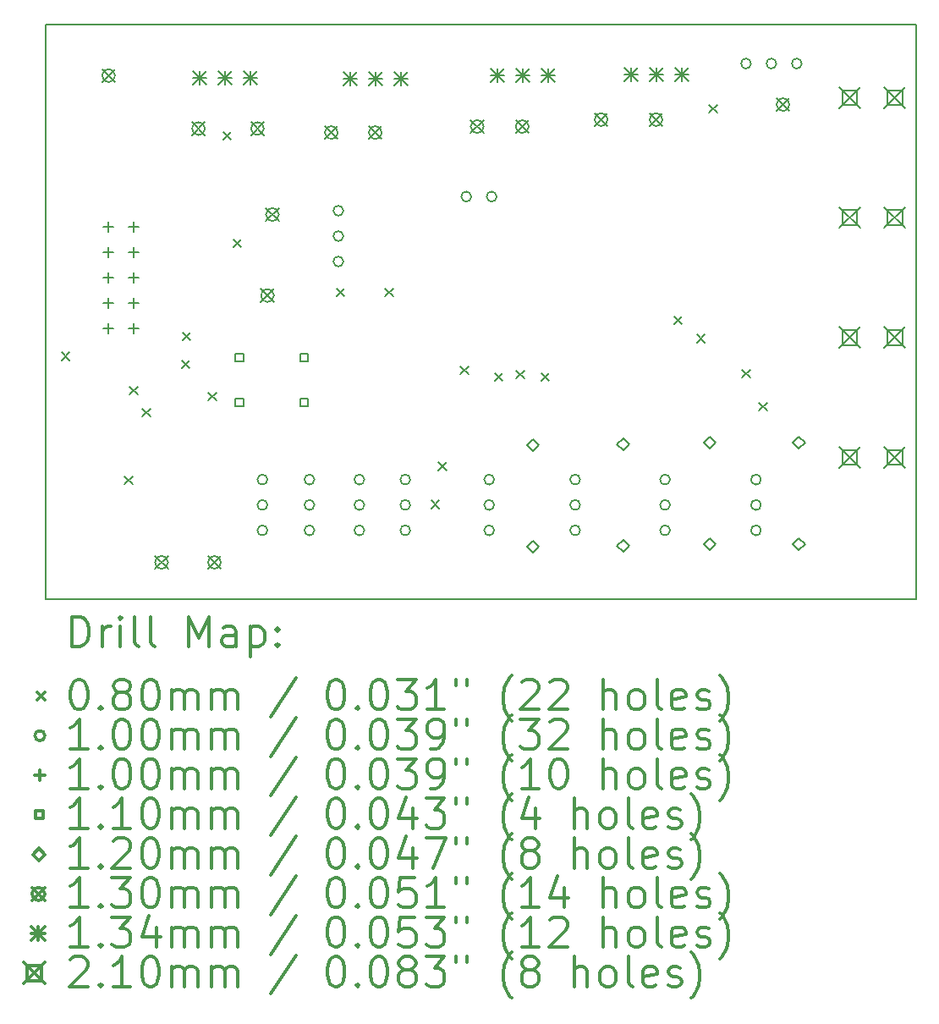
<source format=gbr>
%FSLAX45Y45*%
G04 Gerber Fmt 4.5, Leading zero omitted, Abs format (unit mm)*
G04 Created by KiCad (PCBNEW 4.0.7) date 06/06/19 13:44:00*
%MOMM*%
%LPD*%
G01*
G04 APERTURE LIST*
%ADD10C,0.127000*%
%ADD11C,0.150000*%
%ADD12C,0.200000*%
%ADD13C,0.300000*%
G04 APERTURE END LIST*
D10*
D11*
X18690000Y-4200000D02*
X9980000Y-4200000D01*
X18690000Y-9950000D02*
X9980000Y-9950000D01*
X18690000Y-4200000D02*
X18690000Y-9950000D01*
X9980000Y-9950000D02*
X9980000Y-4200000D01*
D12*
X10140000Y-7480000D02*
X10220000Y-7560000D01*
X10220000Y-7480000D02*
X10140000Y-7560000D01*
X10770000Y-8720000D02*
X10850000Y-8800000D01*
X10850000Y-8720000D02*
X10770000Y-8800000D01*
X10820000Y-7820000D02*
X10900000Y-7900000D01*
X10900000Y-7820000D02*
X10820000Y-7900000D01*
X10950000Y-8040000D02*
X11030000Y-8120000D01*
X11030000Y-8040000D02*
X10950000Y-8120000D01*
X11340000Y-7560000D02*
X11420000Y-7640000D01*
X11420000Y-7560000D02*
X11340000Y-7640000D01*
X11350000Y-7280000D02*
X11430000Y-7360000D01*
X11430000Y-7280000D02*
X11350000Y-7360000D01*
X11610000Y-7880000D02*
X11690000Y-7960000D01*
X11690000Y-7880000D02*
X11610000Y-7960000D01*
X11758420Y-5274310D02*
X11838420Y-5354310D01*
X11838420Y-5274310D02*
X11758420Y-5354310D01*
X11860000Y-6350000D02*
X11940000Y-6430000D01*
X11940000Y-6350000D02*
X11860000Y-6430000D01*
X12890000Y-6840000D02*
X12970000Y-6920000D01*
X12970000Y-6840000D02*
X12890000Y-6920000D01*
X13380000Y-6840000D02*
X13460000Y-6920000D01*
X13460000Y-6840000D02*
X13380000Y-6920000D01*
X13840000Y-8960000D02*
X13920000Y-9040000D01*
X13920000Y-8960000D02*
X13840000Y-9040000D01*
X13910000Y-8580000D02*
X13990000Y-8660000D01*
X13990000Y-8580000D02*
X13910000Y-8660000D01*
X14130000Y-7620000D02*
X14210000Y-7700000D01*
X14210000Y-7620000D02*
X14130000Y-7700000D01*
X14473900Y-7685820D02*
X14553900Y-7765820D01*
X14553900Y-7685820D02*
X14473900Y-7765820D01*
X14690000Y-7660000D02*
X14770000Y-7740000D01*
X14770000Y-7660000D02*
X14690000Y-7740000D01*
X14940300Y-7687200D02*
X15020300Y-7767200D01*
X15020300Y-7687200D02*
X14940300Y-7767200D01*
X16270000Y-7120000D02*
X16350000Y-7200000D01*
X16350000Y-7120000D02*
X16270000Y-7200000D01*
X16500000Y-7300000D02*
X16580000Y-7380000D01*
X16580000Y-7300000D02*
X16500000Y-7380000D01*
X16620000Y-5000000D02*
X16700000Y-5080000D01*
X16700000Y-5000000D02*
X16620000Y-5080000D01*
X16950000Y-7650000D02*
X17030000Y-7730000D01*
X17030000Y-7650000D02*
X16950000Y-7730000D01*
X17120000Y-7980000D02*
X17200000Y-8060000D01*
X17200000Y-7980000D02*
X17120000Y-8060000D01*
X12200000Y-8752000D02*
G75*
G03X12200000Y-8752000I-50000J0D01*
G01*
X12200000Y-9006000D02*
G75*
G03X12200000Y-9006000I-50000J0D01*
G01*
X12200000Y-9260000D02*
G75*
G03X12200000Y-9260000I-50000J0D01*
G01*
X12670000Y-8752000D02*
G75*
G03X12670000Y-8752000I-50000J0D01*
G01*
X12670000Y-9006000D02*
G75*
G03X12670000Y-9006000I-50000J0D01*
G01*
X12670000Y-9260000D02*
G75*
G03X12670000Y-9260000I-50000J0D01*
G01*
X12960000Y-6062000D02*
G75*
G03X12960000Y-6062000I-50000J0D01*
G01*
X12960000Y-6316000D02*
G75*
G03X12960000Y-6316000I-50000J0D01*
G01*
X12960000Y-6570000D02*
G75*
G03X12960000Y-6570000I-50000J0D01*
G01*
X13170000Y-8752000D02*
G75*
G03X13170000Y-8752000I-50000J0D01*
G01*
X13170000Y-9006000D02*
G75*
G03X13170000Y-9006000I-50000J0D01*
G01*
X13170000Y-9260000D02*
G75*
G03X13170000Y-9260000I-50000J0D01*
G01*
X13630000Y-8752000D02*
G75*
G03X13630000Y-8752000I-50000J0D01*
G01*
X13630000Y-9006000D02*
G75*
G03X13630000Y-9006000I-50000J0D01*
G01*
X13630000Y-9260000D02*
G75*
G03X13630000Y-9260000I-50000J0D01*
G01*
X14240000Y-5920000D02*
G75*
G03X14240000Y-5920000I-50000J0D01*
G01*
X14470000Y-8752000D02*
G75*
G03X14470000Y-8752000I-50000J0D01*
G01*
X14470000Y-9006000D02*
G75*
G03X14470000Y-9006000I-50000J0D01*
G01*
X14470000Y-9260000D02*
G75*
G03X14470000Y-9260000I-50000J0D01*
G01*
X14494000Y-5920000D02*
G75*
G03X14494000Y-5920000I-50000J0D01*
G01*
X15330000Y-8752000D02*
G75*
G03X15330000Y-8752000I-50000J0D01*
G01*
X15330000Y-9006000D02*
G75*
G03X15330000Y-9006000I-50000J0D01*
G01*
X15330000Y-9260000D02*
G75*
G03X15330000Y-9260000I-50000J0D01*
G01*
X16230000Y-8752000D02*
G75*
G03X16230000Y-8752000I-50000J0D01*
G01*
X16230000Y-9006000D02*
G75*
G03X16230000Y-9006000I-50000J0D01*
G01*
X16230000Y-9260000D02*
G75*
G03X16230000Y-9260000I-50000J0D01*
G01*
X17040000Y-4590000D02*
G75*
G03X17040000Y-4590000I-50000J0D01*
G01*
X17140000Y-8752000D02*
G75*
G03X17140000Y-8752000I-50000J0D01*
G01*
X17140000Y-9006000D02*
G75*
G03X17140000Y-9006000I-50000J0D01*
G01*
X17140000Y-9260000D02*
G75*
G03X17140000Y-9260000I-50000J0D01*
G01*
X17294000Y-4590000D02*
G75*
G03X17294000Y-4590000I-50000J0D01*
G01*
X17548000Y-4590000D02*
G75*
G03X17548000Y-4590000I-50000J0D01*
G01*
X10610000Y-6169962D02*
X10610000Y-6270038D01*
X10559962Y-6220000D02*
X10660038Y-6220000D01*
X10610000Y-6423962D02*
X10610000Y-6524038D01*
X10559962Y-6474000D02*
X10660038Y-6474000D01*
X10610000Y-6677962D02*
X10610000Y-6778038D01*
X10559962Y-6728000D02*
X10660038Y-6728000D01*
X10610000Y-6931962D02*
X10610000Y-7032038D01*
X10559962Y-6982000D02*
X10660038Y-6982000D01*
X10610000Y-7185962D02*
X10610000Y-7286038D01*
X10559962Y-7236000D02*
X10660038Y-7236000D01*
X10864000Y-6169962D02*
X10864000Y-6270038D01*
X10813962Y-6220000D02*
X10914038Y-6220000D01*
X10864000Y-6423962D02*
X10864000Y-6524038D01*
X10813962Y-6474000D02*
X10914038Y-6474000D01*
X10864000Y-6677962D02*
X10864000Y-6778038D01*
X10813962Y-6728000D02*
X10914038Y-6728000D01*
X10864000Y-6931962D02*
X10864000Y-7032038D01*
X10813962Y-6982000D02*
X10914038Y-6982000D01*
X10864000Y-7185962D02*
X10864000Y-7286038D01*
X10813962Y-7236000D02*
X10914038Y-7236000D01*
X11958891Y-7568891D02*
X11958891Y-7491109D01*
X11881109Y-7491109D01*
X11881109Y-7568891D01*
X11958891Y-7568891D01*
X11958891Y-8018891D02*
X11958891Y-7941109D01*
X11881109Y-7941109D01*
X11881109Y-8018891D01*
X11958891Y-8018891D01*
X12608891Y-7568891D02*
X12608891Y-7491109D01*
X12531109Y-7491109D01*
X12531109Y-7568891D01*
X12608891Y-7568891D01*
X12608891Y-8018891D02*
X12608891Y-7941109D01*
X12531109Y-7941109D01*
X12531109Y-8018891D01*
X12608891Y-8018891D01*
X14860000Y-8470000D02*
X14920000Y-8410000D01*
X14860000Y-8350000D01*
X14800000Y-8410000D01*
X14860000Y-8470000D01*
X14860000Y-9486000D02*
X14920000Y-9426000D01*
X14860000Y-9366000D01*
X14800000Y-9426000D01*
X14860000Y-9486000D01*
X15760000Y-8460000D02*
X15820000Y-8400000D01*
X15760000Y-8340000D01*
X15700000Y-8400000D01*
X15760000Y-8460000D01*
X15760000Y-9476000D02*
X15820000Y-9416000D01*
X15760000Y-9356000D01*
X15700000Y-9416000D01*
X15760000Y-9476000D01*
X16630000Y-8440000D02*
X16690000Y-8380000D01*
X16630000Y-8320000D01*
X16570000Y-8380000D01*
X16630000Y-8440000D01*
X16630000Y-9456000D02*
X16690000Y-9396000D01*
X16630000Y-9336000D01*
X16570000Y-9396000D01*
X16630000Y-9456000D01*
X17520000Y-8440000D02*
X17580000Y-8380000D01*
X17520000Y-8320000D01*
X17460000Y-8380000D01*
X17520000Y-8440000D01*
X17520000Y-9456000D02*
X17580000Y-9396000D01*
X17520000Y-9336000D01*
X17460000Y-9396000D01*
X17520000Y-9456000D01*
X10544976Y-4644976D02*
X10675024Y-4775024D01*
X10675024Y-4644976D02*
X10544976Y-4775024D01*
X10675024Y-4710000D02*
G75*
G03X10675024Y-4710000I-65024J0D01*
G01*
X11074976Y-9514976D02*
X11205024Y-9645024D01*
X11205024Y-9514976D02*
X11074976Y-9645024D01*
X11205024Y-9580000D02*
G75*
G03X11205024Y-9580000I-65024J0D01*
G01*
X11444976Y-5174976D02*
X11575024Y-5305024D01*
X11575024Y-5174976D02*
X11444976Y-5305024D01*
X11575024Y-5240000D02*
G75*
G03X11575024Y-5240000I-65024J0D01*
G01*
X11604976Y-9514976D02*
X11735024Y-9645024D01*
X11735024Y-9514976D02*
X11604976Y-9645024D01*
X11735024Y-9580000D02*
G75*
G03X11735024Y-9580000I-65024J0D01*
G01*
X12034976Y-5174976D02*
X12165024Y-5305024D01*
X12165024Y-5174976D02*
X12034976Y-5305024D01*
X12165024Y-5240000D02*
G75*
G03X12165024Y-5240000I-65024J0D01*
G01*
X12134976Y-6844976D02*
X12265024Y-6975024D01*
X12265024Y-6844976D02*
X12134976Y-6975024D01*
X12265024Y-6910000D02*
G75*
G03X12265024Y-6910000I-65024J0D01*
G01*
X12184976Y-6034976D02*
X12315024Y-6165024D01*
X12315024Y-6034976D02*
X12184976Y-6165024D01*
X12315024Y-6100000D02*
G75*
G03X12315024Y-6100000I-65024J0D01*
G01*
X12774976Y-5214976D02*
X12905024Y-5345024D01*
X12905024Y-5214976D02*
X12774976Y-5345024D01*
X12905024Y-5280000D02*
G75*
G03X12905024Y-5280000I-65024J0D01*
G01*
X13214976Y-5214976D02*
X13345024Y-5345024D01*
X13345024Y-5214976D02*
X13214976Y-5345024D01*
X13345024Y-5280000D02*
G75*
G03X13345024Y-5280000I-65024J0D01*
G01*
X14234976Y-5154976D02*
X14365024Y-5285024D01*
X14365024Y-5154976D02*
X14234976Y-5285024D01*
X14365024Y-5220000D02*
G75*
G03X14365024Y-5220000I-65024J0D01*
G01*
X14684976Y-5154976D02*
X14815024Y-5285024D01*
X14815024Y-5154976D02*
X14684976Y-5285024D01*
X14815024Y-5220000D02*
G75*
G03X14815024Y-5220000I-65024J0D01*
G01*
X15474976Y-5084976D02*
X15605024Y-5215024D01*
X15605024Y-5084976D02*
X15474976Y-5215024D01*
X15605024Y-5150000D02*
G75*
G03X15605024Y-5150000I-65024J0D01*
G01*
X16024976Y-5084976D02*
X16155024Y-5215024D01*
X16155024Y-5084976D02*
X16024976Y-5215024D01*
X16155024Y-5150000D02*
G75*
G03X16155024Y-5150000I-65024J0D01*
G01*
X17294976Y-4934976D02*
X17425024Y-5065024D01*
X17425024Y-4934976D02*
X17294976Y-5065024D01*
X17425024Y-5000000D02*
G75*
G03X17425024Y-5000000I-65024J0D01*
G01*
X11454000Y-4669000D02*
X11588000Y-4803000D01*
X11588000Y-4669000D02*
X11454000Y-4803000D01*
X11521000Y-4669000D02*
X11521000Y-4803000D01*
X11454000Y-4736000D02*
X11588000Y-4736000D01*
X11708000Y-4669000D02*
X11842000Y-4803000D01*
X11842000Y-4669000D02*
X11708000Y-4803000D01*
X11775000Y-4669000D02*
X11775000Y-4803000D01*
X11708000Y-4736000D02*
X11842000Y-4736000D01*
X11962000Y-4669000D02*
X12096000Y-4803000D01*
X12096000Y-4669000D02*
X11962000Y-4803000D01*
X12029000Y-4669000D02*
X12029000Y-4803000D01*
X11962000Y-4736000D02*
X12096000Y-4736000D01*
X12963000Y-4673000D02*
X13097000Y-4807000D01*
X13097000Y-4673000D02*
X12963000Y-4807000D01*
X13030000Y-4673000D02*
X13030000Y-4807000D01*
X12963000Y-4740000D02*
X13097000Y-4740000D01*
X13217000Y-4673000D02*
X13351000Y-4807000D01*
X13351000Y-4673000D02*
X13217000Y-4807000D01*
X13284000Y-4673000D02*
X13284000Y-4807000D01*
X13217000Y-4740000D02*
X13351000Y-4740000D01*
X13471000Y-4673000D02*
X13605000Y-4807000D01*
X13605000Y-4673000D02*
X13471000Y-4807000D01*
X13538000Y-4673000D02*
X13538000Y-4807000D01*
X13471000Y-4740000D02*
X13605000Y-4740000D01*
X14433000Y-4643000D02*
X14567000Y-4777000D01*
X14567000Y-4643000D02*
X14433000Y-4777000D01*
X14500000Y-4643000D02*
X14500000Y-4777000D01*
X14433000Y-4710000D02*
X14567000Y-4710000D01*
X14687000Y-4643000D02*
X14821000Y-4777000D01*
X14821000Y-4643000D02*
X14687000Y-4777000D01*
X14754000Y-4643000D02*
X14754000Y-4777000D01*
X14687000Y-4710000D02*
X14821000Y-4710000D01*
X14941000Y-4643000D02*
X15075000Y-4777000D01*
X15075000Y-4643000D02*
X14941000Y-4777000D01*
X15008000Y-4643000D02*
X15008000Y-4777000D01*
X14941000Y-4710000D02*
X15075000Y-4710000D01*
X15773000Y-4633000D02*
X15907000Y-4767000D01*
X15907000Y-4633000D02*
X15773000Y-4767000D01*
X15840000Y-4633000D02*
X15840000Y-4767000D01*
X15773000Y-4700000D02*
X15907000Y-4700000D01*
X16027000Y-4633000D02*
X16161000Y-4767000D01*
X16161000Y-4633000D02*
X16027000Y-4767000D01*
X16094000Y-4633000D02*
X16094000Y-4767000D01*
X16027000Y-4700000D02*
X16161000Y-4700000D01*
X16281000Y-4633000D02*
X16415000Y-4767000D01*
X16415000Y-4633000D02*
X16281000Y-4767000D01*
X16348000Y-4633000D02*
X16348000Y-4767000D01*
X16281000Y-4700000D02*
X16415000Y-4700000D01*
X17925000Y-4825000D02*
X18135000Y-5035000D01*
X18135000Y-4825000D02*
X17925000Y-5035000D01*
X18104247Y-5004247D02*
X18104247Y-4855753D01*
X17955753Y-4855753D01*
X17955753Y-5004247D01*
X18104247Y-5004247D01*
X17925000Y-6025000D02*
X18135000Y-6235000D01*
X18135000Y-6025000D02*
X17925000Y-6235000D01*
X18104247Y-6204247D02*
X18104247Y-6055753D01*
X17955753Y-6055753D01*
X17955753Y-6204247D01*
X18104247Y-6204247D01*
X17925000Y-7225000D02*
X18135000Y-7435000D01*
X18135000Y-7225000D02*
X17925000Y-7435000D01*
X18104247Y-7404247D02*
X18104247Y-7255753D01*
X17955753Y-7255753D01*
X17955753Y-7404247D01*
X18104247Y-7404247D01*
X17925000Y-8425000D02*
X18135000Y-8635000D01*
X18135000Y-8425000D02*
X17925000Y-8635000D01*
X18104247Y-8604247D02*
X18104247Y-8455753D01*
X17955753Y-8455753D01*
X17955753Y-8604247D01*
X18104247Y-8604247D01*
X18375000Y-4825000D02*
X18585000Y-5035000D01*
X18585000Y-4825000D02*
X18375000Y-5035000D01*
X18554247Y-5004247D02*
X18554247Y-4855753D01*
X18405753Y-4855753D01*
X18405753Y-5004247D01*
X18554247Y-5004247D01*
X18375000Y-6025000D02*
X18585000Y-6235000D01*
X18585000Y-6025000D02*
X18375000Y-6235000D01*
X18554247Y-6204247D02*
X18554247Y-6055753D01*
X18405753Y-6055753D01*
X18405753Y-6204247D01*
X18554247Y-6204247D01*
X18375000Y-7225000D02*
X18585000Y-7435000D01*
X18585000Y-7225000D02*
X18375000Y-7435000D01*
X18554247Y-7404247D02*
X18554247Y-7255753D01*
X18405753Y-7255753D01*
X18405753Y-7404247D01*
X18554247Y-7404247D01*
X18375000Y-8425000D02*
X18585000Y-8635000D01*
X18585000Y-8425000D02*
X18375000Y-8635000D01*
X18554247Y-8604247D02*
X18554247Y-8455753D01*
X18405753Y-8455753D01*
X18405753Y-8604247D01*
X18554247Y-8604247D01*
D13*
X10243929Y-10423214D02*
X10243929Y-10123214D01*
X10315357Y-10123214D01*
X10358214Y-10137500D01*
X10386786Y-10166072D01*
X10401071Y-10194643D01*
X10415357Y-10251786D01*
X10415357Y-10294643D01*
X10401071Y-10351786D01*
X10386786Y-10380357D01*
X10358214Y-10408929D01*
X10315357Y-10423214D01*
X10243929Y-10423214D01*
X10543929Y-10423214D02*
X10543929Y-10223214D01*
X10543929Y-10280357D02*
X10558214Y-10251786D01*
X10572500Y-10237500D01*
X10601071Y-10223214D01*
X10629643Y-10223214D01*
X10729643Y-10423214D02*
X10729643Y-10223214D01*
X10729643Y-10123214D02*
X10715357Y-10137500D01*
X10729643Y-10151786D01*
X10743929Y-10137500D01*
X10729643Y-10123214D01*
X10729643Y-10151786D01*
X10915357Y-10423214D02*
X10886786Y-10408929D01*
X10872500Y-10380357D01*
X10872500Y-10123214D01*
X11072500Y-10423214D02*
X11043929Y-10408929D01*
X11029643Y-10380357D01*
X11029643Y-10123214D01*
X11415357Y-10423214D02*
X11415357Y-10123214D01*
X11515357Y-10337500D01*
X11615357Y-10123214D01*
X11615357Y-10423214D01*
X11886786Y-10423214D02*
X11886786Y-10266072D01*
X11872500Y-10237500D01*
X11843928Y-10223214D01*
X11786786Y-10223214D01*
X11758214Y-10237500D01*
X11886786Y-10408929D02*
X11858214Y-10423214D01*
X11786786Y-10423214D01*
X11758214Y-10408929D01*
X11743928Y-10380357D01*
X11743928Y-10351786D01*
X11758214Y-10323214D01*
X11786786Y-10308929D01*
X11858214Y-10308929D01*
X11886786Y-10294643D01*
X12029643Y-10223214D02*
X12029643Y-10523214D01*
X12029643Y-10237500D02*
X12058214Y-10223214D01*
X12115357Y-10223214D01*
X12143928Y-10237500D01*
X12158214Y-10251786D01*
X12172500Y-10280357D01*
X12172500Y-10366072D01*
X12158214Y-10394643D01*
X12143928Y-10408929D01*
X12115357Y-10423214D01*
X12058214Y-10423214D01*
X12029643Y-10408929D01*
X12301071Y-10394643D02*
X12315357Y-10408929D01*
X12301071Y-10423214D01*
X12286786Y-10408929D01*
X12301071Y-10394643D01*
X12301071Y-10423214D01*
X12301071Y-10237500D02*
X12315357Y-10251786D01*
X12301071Y-10266072D01*
X12286786Y-10251786D01*
X12301071Y-10237500D01*
X12301071Y-10266072D01*
X9892500Y-10877500D02*
X9972500Y-10957500D01*
X9972500Y-10877500D02*
X9892500Y-10957500D01*
X10301071Y-10753214D02*
X10329643Y-10753214D01*
X10358214Y-10767500D01*
X10372500Y-10781786D01*
X10386786Y-10810357D01*
X10401071Y-10867500D01*
X10401071Y-10938929D01*
X10386786Y-10996072D01*
X10372500Y-11024643D01*
X10358214Y-11038929D01*
X10329643Y-11053214D01*
X10301071Y-11053214D01*
X10272500Y-11038929D01*
X10258214Y-11024643D01*
X10243929Y-10996072D01*
X10229643Y-10938929D01*
X10229643Y-10867500D01*
X10243929Y-10810357D01*
X10258214Y-10781786D01*
X10272500Y-10767500D01*
X10301071Y-10753214D01*
X10529643Y-11024643D02*
X10543929Y-11038929D01*
X10529643Y-11053214D01*
X10515357Y-11038929D01*
X10529643Y-11024643D01*
X10529643Y-11053214D01*
X10715357Y-10881786D02*
X10686786Y-10867500D01*
X10672500Y-10853214D01*
X10658214Y-10824643D01*
X10658214Y-10810357D01*
X10672500Y-10781786D01*
X10686786Y-10767500D01*
X10715357Y-10753214D01*
X10772500Y-10753214D01*
X10801071Y-10767500D01*
X10815357Y-10781786D01*
X10829643Y-10810357D01*
X10829643Y-10824643D01*
X10815357Y-10853214D01*
X10801071Y-10867500D01*
X10772500Y-10881786D01*
X10715357Y-10881786D01*
X10686786Y-10896072D01*
X10672500Y-10910357D01*
X10658214Y-10938929D01*
X10658214Y-10996072D01*
X10672500Y-11024643D01*
X10686786Y-11038929D01*
X10715357Y-11053214D01*
X10772500Y-11053214D01*
X10801071Y-11038929D01*
X10815357Y-11024643D01*
X10829643Y-10996072D01*
X10829643Y-10938929D01*
X10815357Y-10910357D01*
X10801071Y-10896072D01*
X10772500Y-10881786D01*
X11015357Y-10753214D02*
X11043929Y-10753214D01*
X11072500Y-10767500D01*
X11086786Y-10781786D01*
X11101071Y-10810357D01*
X11115357Y-10867500D01*
X11115357Y-10938929D01*
X11101071Y-10996072D01*
X11086786Y-11024643D01*
X11072500Y-11038929D01*
X11043929Y-11053214D01*
X11015357Y-11053214D01*
X10986786Y-11038929D01*
X10972500Y-11024643D01*
X10958214Y-10996072D01*
X10943929Y-10938929D01*
X10943929Y-10867500D01*
X10958214Y-10810357D01*
X10972500Y-10781786D01*
X10986786Y-10767500D01*
X11015357Y-10753214D01*
X11243928Y-11053214D02*
X11243928Y-10853214D01*
X11243928Y-10881786D02*
X11258214Y-10867500D01*
X11286786Y-10853214D01*
X11329643Y-10853214D01*
X11358214Y-10867500D01*
X11372500Y-10896072D01*
X11372500Y-11053214D01*
X11372500Y-10896072D02*
X11386786Y-10867500D01*
X11415357Y-10853214D01*
X11458214Y-10853214D01*
X11486786Y-10867500D01*
X11501071Y-10896072D01*
X11501071Y-11053214D01*
X11643928Y-11053214D02*
X11643928Y-10853214D01*
X11643928Y-10881786D02*
X11658214Y-10867500D01*
X11686786Y-10853214D01*
X11729643Y-10853214D01*
X11758214Y-10867500D01*
X11772500Y-10896072D01*
X11772500Y-11053214D01*
X11772500Y-10896072D02*
X11786786Y-10867500D01*
X11815357Y-10853214D01*
X11858214Y-10853214D01*
X11886786Y-10867500D01*
X11901071Y-10896072D01*
X11901071Y-11053214D01*
X12486786Y-10738929D02*
X12229643Y-11124643D01*
X12872500Y-10753214D02*
X12901071Y-10753214D01*
X12929643Y-10767500D01*
X12943928Y-10781786D01*
X12958214Y-10810357D01*
X12972500Y-10867500D01*
X12972500Y-10938929D01*
X12958214Y-10996072D01*
X12943928Y-11024643D01*
X12929643Y-11038929D01*
X12901071Y-11053214D01*
X12872500Y-11053214D01*
X12843928Y-11038929D01*
X12829643Y-11024643D01*
X12815357Y-10996072D01*
X12801071Y-10938929D01*
X12801071Y-10867500D01*
X12815357Y-10810357D01*
X12829643Y-10781786D01*
X12843928Y-10767500D01*
X12872500Y-10753214D01*
X13101071Y-11024643D02*
X13115357Y-11038929D01*
X13101071Y-11053214D01*
X13086786Y-11038929D01*
X13101071Y-11024643D01*
X13101071Y-11053214D01*
X13301071Y-10753214D02*
X13329643Y-10753214D01*
X13358214Y-10767500D01*
X13372500Y-10781786D01*
X13386785Y-10810357D01*
X13401071Y-10867500D01*
X13401071Y-10938929D01*
X13386785Y-10996072D01*
X13372500Y-11024643D01*
X13358214Y-11038929D01*
X13329643Y-11053214D01*
X13301071Y-11053214D01*
X13272500Y-11038929D01*
X13258214Y-11024643D01*
X13243928Y-10996072D01*
X13229643Y-10938929D01*
X13229643Y-10867500D01*
X13243928Y-10810357D01*
X13258214Y-10781786D01*
X13272500Y-10767500D01*
X13301071Y-10753214D01*
X13501071Y-10753214D02*
X13686785Y-10753214D01*
X13586785Y-10867500D01*
X13629643Y-10867500D01*
X13658214Y-10881786D01*
X13672500Y-10896072D01*
X13686785Y-10924643D01*
X13686785Y-10996072D01*
X13672500Y-11024643D01*
X13658214Y-11038929D01*
X13629643Y-11053214D01*
X13543928Y-11053214D01*
X13515357Y-11038929D01*
X13501071Y-11024643D01*
X13972500Y-11053214D02*
X13801071Y-11053214D01*
X13886785Y-11053214D02*
X13886785Y-10753214D01*
X13858214Y-10796072D01*
X13829643Y-10824643D01*
X13801071Y-10838929D01*
X14086786Y-10753214D02*
X14086786Y-10810357D01*
X14201071Y-10753214D02*
X14201071Y-10810357D01*
X14643928Y-11167500D02*
X14629643Y-11153214D01*
X14601071Y-11110357D01*
X14586785Y-11081786D01*
X14572500Y-11038929D01*
X14558214Y-10967500D01*
X14558214Y-10910357D01*
X14572500Y-10838929D01*
X14586785Y-10796072D01*
X14601071Y-10767500D01*
X14629643Y-10724643D01*
X14643928Y-10710357D01*
X14743928Y-10781786D02*
X14758214Y-10767500D01*
X14786785Y-10753214D01*
X14858214Y-10753214D01*
X14886785Y-10767500D01*
X14901071Y-10781786D01*
X14915357Y-10810357D01*
X14915357Y-10838929D01*
X14901071Y-10881786D01*
X14729643Y-11053214D01*
X14915357Y-11053214D01*
X15029643Y-10781786D02*
X15043928Y-10767500D01*
X15072500Y-10753214D01*
X15143928Y-10753214D01*
X15172500Y-10767500D01*
X15186785Y-10781786D01*
X15201071Y-10810357D01*
X15201071Y-10838929D01*
X15186785Y-10881786D01*
X15015357Y-11053214D01*
X15201071Y-11053214D01*
X15558214Y-11053214D02*
X15558214Y-10753214D01*
X15686785Y-11053214D02*
X15686785Y-10896072D01*
X15672500Y-10867500D01*
X15643928Y-10853214D01*
X15601071Y-10853214D01*
X15572500Y-10867500D01*
X15558214Y-10881786D01*
X15872500Y-11053214D02*
X15843928Y-11038929D01*
X15829643Y-11024643D01*
X15815357Y-10996072D01*
X15815357Y-10910357D01*
X15829643Y-10881786D01*
X15843928Y-10867500D01*
X15872500Y-10853214D01*
X15915357Y-10853214D01*
X15943928Y-10867500D01*
X15958214Y-10881786D01*
X15972500Y-10910357D01*
X15972500Y-10996072D01*
X15958214Y-11024643D01*
X15943928Y-11038929D01*
X15915357Y-11053214D01*
X15872500Y-11053214D01*
X16143928Y-11053214D02*
X16115357Y-11038929D01*
X16101071Y-11010357D01*
X16101071Y-10753214D01*
X16372500Y-11038929D02*
X16343928Y-11053214D01*
X16286786Y-11053214D01*
X16258214Y-11038929D01*
X16243928Y-11010357D01*
X16243928Y-10896072D01*
X16258214Y-10867500D01*
X16286786Y-10853214D01*
X16343928Y-10853214D01*
X16372500Y-10867500D01*
X16386786Y-10896072D01*
X16386786Y-10924643D01*
X16243928Y-10953214D01*
X16501071Y-11038929D02*
X16529643Y-11053214D01*
X16586786Y-11053214D01*
X16615357Y-11038929D01*
X16629643Y-11010357D01*
X16629643Y-10996072D01*
X16615357Y-10967500D01*
X16586786Y-10953214D01*
X16543928Y-10953214D01*
X16515357Y-10938929D01*
X16501071Y-10910357D01*
X16501071Y-10896072D01*
X16515357Y-10867500D01*
X16543928Y-10853214D01*
X16586786Y-10853214D01*
X16615357Y-10867500D01*
X16729643Y-11167500D02*
X16743928Y-11153214D01*
X16772500Y-11110357D01*
X16786786Y-11081786D01*
X16801071Y-11038929D01*
X16815357Y-10967500D01*
X16815357Y-10910357D01*
X16801071Y-10838929D01*
X16786786Y-10796072D01*
X16772500Y-10767500D01*
X16743928Y-10724643D01*
X16729643Y-10710357D01*
X9972500Y-11313500D02*
G75*
G03X9972500Y-11313500I-50000J0D01*
G01*
X10401071Y-11449214D02*
X10229643Y-11449214D01*
X10315357Y-11449214D02*
X10315357Y-11149214D01*
X10286786Y-11192071D01*
X10258214Y-11220643D01*
X10229643Y-11234929D01*
X10529643Y-11420643D02*
X10543929Y-11434929D01*
X10529643Y-11449214D01*
X10515357Y-11434929D01*
X10529643Y-11420643D01*
X10529643Y-11449214D01*
X10729643Y-11149214D02*
X10758214Y-11149214D01*
X10786786Y-11163500D01*
X10801071Y-11177786D01*
X10815357Y-11206357D01*
X10829643Y-11263500D01*
X10829643Y-11334929D01*
X10815357Y-11392071D01*
X10801071Y-11420643D01*
X10786786Y-11434929D01*
X10758214Y-11449214D01*
X10729643Y-11449214D01*
X10701071Y-11434929D01*
X10686786Y-11420643D01*
X10672500Y-11392071D01*
X10658214Y-11334929D01*
X10658214Y-11263500D01*
X10672500Y-11206357D01*
X10686786Y-11177786D01*
X10701071Y-11163500D01*
X10729643Y-11149214D01*
X11015357Y-11149214D02*
X11043929Y-11149214D01*
X11072500Y-11163500D01*
X11086786Y-11177786D01*
X11101071Y-11206357D01*
X11115357Y-11263500D01*
X11115357Y-11334929D01*
X11101071Y-11392071D01*
X11086786Y-11420643D01*
X11072500Y-11434929D01*
X11043929Y-11449214D01*
X11015357Y-11449214D01*
X10986786Y-11434929D01*
X10972500Y-11420643D01*
X10958214Y-11392071D01*
X10943929Y-11334929D01*
X10943929Y-11263500D01*
X10958214Y-11206357D01*
X10972500Y-11177786D01*
X10986786Y-11163500D01*
X11015357Y-11149214D01*
X11243928Y-11449214D02*
X11243928Y-11249214D01*
X11243928Y-11277786D02*
X11258214Y-11263500D01*
X11286786Y-11249214D01*
X11329643Y-11249214D01*
X11358214Y-11263500D01*
X11372500Y-11292071D01*
X11372500Y-11449214D01*
X11372500Y-11292071D02*
X11386786Y-11263500D01*
X11415357Y-11249214D01*
X11458214Y-11249214D01*
X11486786Y-11263500D01*
X11501071Y-11292071D01*
X11501071Y-11449214D01*
X11643928Y-11449214D02*
X11643928Y-11249214D01*
X11643928Y-11277786D02*
X11658214Y-11263500D01*
X11686786Y-11249214D01*
X11729643Y-11249214D01*
X11758214Y-11263500D01*
X11772500Y-11292071D01*
X11772500Y-11449214D01*
X11772500Y-11292071D02*
X11786786Y-11263500D01*
X11815357Y-11249214D01*
X11858214Y-11249214D01*
X11886786Y-11263500D01*
X11901071Y-11292071D01*
X11901071Y-11449214D01*
X12486786Y-11134929D02*
X12229643Y-11520643D01*
X12872500Y-11149214D02*
X12901071Y-11149214D01*
X12929643Y-11163500D01*
X12943928Y-11177786D01*
X12958214Y-11206357D01*
X12972500Y-11263500D01*
X12972500Y-11334929D01*
X12958214Y-11392071D01*
X12943928Y-11420643D01*
X12929643Y-11434929D01*
X12901071Y-11449214D01*
X12872500Y-11449214D01*
X12843928Y-11434929D01*
X12829643Y-11420643D01*
X12815357Y-11392071D01*
X12801071Y-11334929D01*
X12801071Y-11263500D01*
X12815357Y-11206357D01*
X12829643Y-11177786D01*
X12843928Y-11163500D01*
X12872500Y-11149214D01*
X13101071Y-11420643D02*
X13115357Y-11434929D01*
X13101071Y-11449214D01*
X13086786Y-11434929D01*
X13101071Y-11420643D01*
X13101071Y-11449214D01*
X13301071Y-11149214D02*
X13329643Y-11149214D01*
X13358214Y-11163500D01*
X13372500Y-11177786D01*
X13386785Y-11206357D01*
X13401071Y-11263500D01*
X13401071Y-11334929D01*
X13386785Y-11392071D01*
X13372500Y-11420643D01*
X13358214Y-11434929D01*
X13329643Y-11449214D01*
X13301071Y-11449214D01*
X13272500Y-11434929D01*
X13258214Y-11420643D01*
X13243928Y-11392071D01*
X13229643Y-11334929D01*
X13229643Y-11263500D01*
X13243928Y-11206357D01*
X13258214Y-11177786D01*
X13272500Y-11163500D01*
X13301071Y-11149214D01*
X13501071Y-11149214D02*
X13686785Y-11149214D01*
X13586785Y-11263500D01*
X13629643Y-11263500D01*
X13658214Y-11277786D01*
X13672500Y-11292071D01*
X13686785Y-11320643D01*
X13686785Y-11392071D01*
X13672500Y-11420643D01*
X13658214Y-11434929D01*
X13629643Y-11449214D01*
X13543928Y-11449214D01*
X13515357Y-11434929D01*
X13501071Y-11420643D01*
X13829643Y-11449214D02*
X13886785Y-11449214D01*
X13915357Y-11434929D01*
X13929643Y-11420643D01*
X13958214Y-11377786D01*
X13972500Y-11320643D01*
X13972500Y-11206357D01*
X13958214Y-11177786D01*
X13943928Y-11163500D01*
X13915357Y-11149214D01*
X13858214Y-11149214D01*
X13829643Y-11163500D01*
X13815357Y-11177786D01*
X13801071Y-11206357D01*
X13801071Y-11277786D01*
X13815357Y-11306357D01*
X13829643Y-11320643D01*
X13858214Y-11334929D01*
X13915357Y-11334929D01*
X13943928Y-11320643D01*
X13958214Y-11306357D01*
X13972500Y-11277786D01*
X14086786Y-11149214D02*
X14086786Y-11206357D01*
X14201071Y-11149214D02*
X14201071Y-11206357D01*
X14643928Y-11563500D02*
X14629643Y-11549214D01*
X14601071Y-11506357D01*
X14586785Y-11477786D01*
X14572500Y-11434929D01*
X14558214Y-11363500D01*
X14558214Y-11306357D01*
X14572500Y-11234929D01*
X14586785Y-11192071D01*
X14601071Y-11163500D01*
X14629643Y-11120643D01*
X14643928Y-11106357D01*
X14729643Y-11149214D02*
X14915357Y-11149214D01*
X14815357Y-11263500D01*
X14858214Y-11263500D01*
X14886785Y-11277786D01*
X14901071Y-11292071D01*
X14915357Y-11320643D01*
X14915357Y-11392071D01*
X14901071Y-11420643D01*
X14886785Y-11434929D01*
X14858214Y-11449214D01*
X14772500Y-11449214D01*
X14743928Y-11434929D01*
X14729643Y-11420643D01*
X15029643Y-11177786D02*
X15043928Y-11163500D01*
X15072500Y-11149214D01*
X15143928Y-11149214D01*
X15172500Y-11163500D01*
X15186785Y-11177786D01*
X15201071Y-11206357D01*
X15201071Y-11234929D01*
X15186785Y-11277786D01*
X15015357Y-11449214D01*
X15201071Y-11449214D01*
X15558214Y-11449214D02*
X15558214Y-11149214D01*
X15686785Y-11449214D02*
X15686785Y-11292071D01*
X15672500Y-11263500D01*
X15643928Y-11249214D01*
X15601071Y-11249214D01*
X15572500Y-11263500D01*
X15558214Y-11277786D01*
X15872500Y-11449214D02*
X15843928Y-11434929D01*
X15829643Y-11420643D01*
X15815357Y-11392071D01*
X15815357Y-11306357D01*
X15829643Y-11277786D01*
X15843928Y-11263500D01*
X15872500Y-11249214D01*
X15915357Y-11249214D01*
X15943928Y-11263500D01*
X15958214Y-11277786D01*
X15972500Y-11306357D01*
X15972500Y-11392071D01*
X15958214Y-11420643D01*
X15943928Y-11434929D01*
X15915357Y-11449214D01*
X15872500Y-11449214D01*
X16143928Y-11449214D02*
X16115357Y-11434929D01*
X16101071Y-11406357D01*
X16101071Y-11149214D01*
X16372500Y-11434929D02*
X16343928Y-11449214D01*
X16286786Y-11449214D01*
X16258214Y-11434929D01*
X16243928Y-11406357D01*
X16243928Y-11292071D01*
X16258214Y-11263500D01*
X16286786Y-11249214D01*
X16343928Y-11249214D01*
X16372500Y-11263500D01*
X16386786Y-11292071D01*
X16386786Y-11320643D01*
X16243928Y-11349214D01*
X16501071Y-11434929D02*
X16529643Y-11449214D01*
X16586786Y-11449214D01*
X16615357Y-11434929D01*
X16629643Y-11406357D01*
X16629643Y-11392071D01*
X16615357Y-11363500D01*
X16586786Y-11349214D01*
X16543928Y-11349214D01*
X16515357Y-11334929D01*
X16501071Y-11306357D01*
X16501071Y-11292071D01*
X16515357Y-11263500D01*
X16543928Y-11249214D01*
X16586786Y-11249214D01*
X16615357Y-11263500D01*
X16729643Y-11563500D02*
X16743928Y-11549214D01*
X16772500Y-11506357D01*
X16786786Y-11477786D01*
X16801071Y-11434929D01*
X16815357Y-11363500D01*
X16815357Y-11306357D01*
X16801071Y-11234929D01*
X16786786Y-11192071D01*
X16772500Y-11163500D01*
X16743928Y-11120643D01*
X16729643Y-11106357D01*
X9922462Y-11659462D02*
X9922462Y-11759538D01*
X9872424Y-11709500D02*
X9972500Y-11709500D01*
X10401071Y-11845214D02*
X10229643Y-11845214D01*
X10315357Y-11845214D02*
X10315357Y-11545214D01*
X10286786Y-11588071D01*
X10258214Y-11616643D01*
X10229643Y-11630929D01*
X10529643Y-11816643D02*
X10543929Y-11830929D01*
X10529643Y-11845214D01*
X10515357Y-11830929D01*
X10529643Y-11816643D01*
X10529643Y-11845214D01*
X10729643Y-11545214D02*
X10758214Y-11545214D01*
X10786786Y-11559500D01*
X10801071Y-11573786D01*
X10815357Y-11602357D01*
X10829643Y-11659500D01*
X10829643Y-11730929D01*
X10815357Y-11788071D01*
X10801071Y-11816643D01*
X10786786Y-11830929D01*
X10758214Y-11845214D01*
X10729643Y-11845214D01*
X10701071Y-11830929D01*
X10686786Y-11816643D01*
X10672500Y-11788071D01*
X10658214Y-11730929D01*
X10658214Y-11659500D01*
X10672500Y-11602357D01*
X10686786Y-11573786D01*
X10701071Y-11559500D01*
X10729643Y-11545214D01*
X11015357Y-11545214D02*
X11043929Y-11545214D01*
X11072500Y-11559500D01*
X11086786Y-11573786D01*
X11101071Y-11602357D01*
X11115357Y-11659500D01*
X11115357Y-11730929D01*
X11101071Y-11788071D01*
X11086786Y-11816643D01*
X11072500Y-11830929D01*
X11043929Y-11845214D01*
X11015357Y-11845214D01*
X10986786Y-11830929D01*
X10972500Y-11816643D01*
X10958214Y-11788071D01*
X10943929Y-11730929D01*
X10943929Y-11659500D01*
X10958214Y-11602357D01*
X10972500Y-11573786D01*
X10986786Y-11559500D01*
X11015357Y-11545214D01*
X11243928Y-11845214D02*
X11243928Y-11645214D01*
X11243928Y-11673786D02*
X11258214Y-11659500D01*
X11286786Y-11645214D01*
X11329643Y-11645214D01*
X11358214Y-11659500D01*
X11372500Y-11688071D01*
X11372500Y-11845214D01*
X11372500Y-11688071D02*
X11386786Y-11659500D01*
X11415357Y-11645214D01*
X11458214Y-11645214D01*
X11486786Y-11659500D01*
X11501071Y-11688071D01*
X11501071Y-11845214D01*
X11643928Y-11845214D02*
X11643928Y-11645214D01*
X11643928Y-11673786D02*
X11658214Y-11659500D01*
X11686786Y-11645214D01*
X11729643Y-11645214D01*
X11758214Y-11659500D01*
X11772500Y-11688071D01*
X11772500Y-11845214D01*
X11772500Y-11688071D02*
X11786786Y-11659500D01*
X11815357Y-11645214D01*
X11858214Y-11645214D01*
X11886786Y-11659500D01*
X11901071Y-11688071D01*
X11901071Y-11845214D01*
X12486786Y-11530929D02*
X12229643Y-11916643D01*
X12872500Y-11545214D02*
X12901071Y-11545214D01*
X12929643Y-11559500D01*
X12943928Y-11573786D01*
X12958214Y-11602357D01*
X12972500Y-11659500D01*
X12972500Y-11730929D01*
X12958214Y-11788071D01*
X12943928Y-11816643D01*
X12929643Y-11830929D01*
X12901071Y-11845214D01*
X12872500Y-11845214D01*
X12843928Y-11830929D01*
X12829643Y-11816643D01*
X12815357Y-11788071D01*
X12801071Y-11730929D01*
X12801071Y-11659500D01*
X12815357Y-11602357D01*
X12829643Y-11573786D01*
X12843928Y-11559500D01*
X12872500Y-11545214D01*
X13101071Y-11816643D02*
X13115357Y-11830929D01*
X13101071Y-11845214D01*
X13086786Y-11830929D01*
X13101071Y-11816643D01*
X13101071Y-11845214D01*
X13301071Y-11545214D02*
X13329643Y-11545214D01*
X13358214Y-11559500D01*
X13372500Y-11573786D01*
X13386785Y-11602357D01*
X13401071Y-11659500D01*
X13401071Y-11730929D01*
X13386785Y-11788071D01*
X13372500Y-11816643D01*
X13358214Y-11830929D01*
X13329643Y-11845214D01*
X13301071Y-11845214D01*
X13272500Y-11830929D01*
X13258214Y-11816643D01*
X13243928Y-11788071D01*
X13229643Y-11730929D01*
X13229643Y-11659500D01*
X13243928Y-11602357D01*
X13258214Y-11573786D01*
X13272500Y-11559500D01*
X13301071Y-11545214D01*
X13501071Y-11545214D02*
X13686785Y-11545214D01*
X13586785Y-11659500D01*
X13629643Y-11659500D01*
X13658214Y-11673786D01*
X13672500Y-11688071D01*
X13686785Y-11716643D01*
X13686785Y-11788071D01*
X13672500Y-11816643D01*
X13658214Y-11830929D01*
X13629643Y-11845214D01*
X13543928Y-11845214D01*
X13515357Y-11830929D01*
X13501071Y-11816643D01*
X13829643Y-11845214D02*
X13886785Y-11845214D01*
X13915357Y-11830929D01*
X13929643Y-11816643D01*
X13958214Y-11773786D01*
X13972500Y-11716643D01*
X13972500Y-11602357D01*
X13958214Y-11573786D01*
X13943928Y-11559500D01*
X13915357Y-11545214D01*
X13858214Y-11545214D01*
X13829643Y-11559500D01*
X13815357Y-11573786D01*
X13801071Y-11602357D01*
X13801071Y-11673786D01*
X13815357Y-11702357D01*
X13829643Y-11716643D01*
X13858214Y-11730929D01*
X13915357Y-11730929D01*
X13943928Y-11716643D01*
X13958214Y-11702357D01*
X13972500Y-11673786D01*
X14086786Y-11545214D02*
X14086786Y-11602357D01*
X14201071Y-11545214D02*
X14201071Y-11602357D01*
X14643928Y-11959500D02*
X14629643Y-11945214D01*
X14601071Y-11902357D01*
X14586785Y-11873786D01*
X14572500Y-11830929D01*
X14558214Y-11759500D01*
X14558214Y-11702357D01*
X14572500Y-11630929D01*
X14586785Y-11588071D01*
X14601071Y-11559500D01*
X14629643Y-11516643D01*
X14643928Y-11502357D01*
X14915357Y-11845214D02*
X14743928Y-11845214D01*
X14829643Y-11845214D02*
X14829643Y-11545214D01*
X14801071Y-11588071D01*
X14772500Y-11616643D01*
X14743928Y-11630929D01*
X15101071Y-11545214D02*
X15129643Y-11545214D01*
X15158214Y-11559500D01*
X15172500Y-11573786D01*
X15186785Y-11602357D01*
X15201071Y-11659500D01*
X15201071Y-11730929D01*
X15186785Y-11788071D01*
X15172500Y-11816643D01*
X15158214Y-11830929D01*
X15129643Y-11845214D01*
X15101071Y-11845214D01*
X15072500Y-11830929D01*
X15058214Y-11816643D01*
X15043928Y-11788071D01*
X15029643Y-11730929D01*
X15029643Y-11659500D01*
X15043928Y-11602357D01*
X15058214Y-11573786D01*
X15072500Y-11559500D01*
X15101071Y-11545214D01*
X15558214Y-11845214D02*
X15558214Y-11545214D01*
X15686785Y-11845214D02*
X15686785Y-11688071D01*
X15672500Y-11659500D01*
X15643928Y-11645214D01*
X15601071Y-11645214D01*
X15572500Y-11659500D01*
X15558214Y-11673786D01*
X15872500Y-11845214D02*
X15843928Y-11830929D01*
X15829643Y-11816643D01*
X15815357Y-11788071D01*
X15815357Y-11702357D01*
X15829643Y-11673786D01*
X15843928Y-11659500D01*
X15872500Y-11645214D01*
X15915357Y-11645214D01*
X15943928Y-11659500D01*
X15958214Y-11673786D01*
X15972500Y-11702357D01*
X15972500Y-11788071D01*
X15958214Y-11816643D01*
X15943928Y-11830929D01*
X15915357Y-11845214D01*
X15872500Y-11845214D01*
X16143928Y-11845214D02*
X16115357Y-11830929D01*
X16101071Y-11802357D01*
X16101071Y-11545214D01*
X16372500Y-11830929D02*
X16343928Y-11845214D01*
X16286786Y-11845214D01*
X16258214Y-11830929D01*
X16243928Y-11802357D01*
X16243928Y-11688071D01*
X16258214Y-11659500D01*
X16286786Y-11645214D01*
X16343928Y-11645214D01*
X16372500Y-11659500D01*
X16386786Y-11688071D01*
X16386786Y-11716643D01*
X16243928Y-11745214D01*
X16501071Y-11830929D02*
X16529643Y-11845214D01*
X16586786Y-11845214D01*
X16615357Y-11830929D01*
X16629643Y-11802357D01*
X16629643Y-11788071D01*
X16615357Y-11759500D01*
X16586786Y-11745214D01*
X16543928Y-11745214D01*
X16515357Y-11730929D01*
X16501071Y-11702357D01*
X16501071Y-11688071D01*
X16515357Y-11659500D01*
X16543928Y-11645214D01*
X16586786Y-11645214D01*
X16615357Y-11659500D01*
X16729643Y-11959500D02*
X16743928Y-11945214D01*
X16772500Y-11902357D01*
X16786786Y-11873786D01*
X16801071Y-11830929D01*
X16815357Y-11759500D01*
X16815357Y-11702357D01*
X16801071Y-11630929D01*
X16786786Y-11588071D01*
X16772500Y-11559500D01*
X16743928Y-11516643D01*
X16729643Y-11502357D01*
X9956391Y-12144391D02*
X9956391Y-12066609D01*
X9878609Y-12066609D01*
X9878609Y-12144391D01*
X9956391Y-12144391D01*
X10401071Y-12241214D02*
X10229643Y-12241214D01*
X10315357Y-12241214D02*
X10315357Y-11941214D01*
X10286786Y-11984071D01*
X10258214Y-12012643D01*
X10229643Y-12026929D01*
X10529643Y-12212643D02*
X10543929Y-12226929D01*
X10529643Y-12241214D01*
X10515357Y-12226929D01*
X10529643Y-12212643D01*
X10529643Y-12241214D01*
X10829643Y-12241214D02*
X10658214Y-12241214D01*
X10743928Y-12241214D02*
X10743928Y-11941214D01*
X10715357Y-11984071D01*
X10686786Y-12012643D01*
X10658214Y-12026929D01*
X11015357Y-11941214D02*
X11043929Y-11941214D01*
X11072500Y-11955500D01*
X11086786Y-11969786D01*
X11101071Y-11998357D01*
X11115357Y-12055500D01*
X11115357Y-12126929D01*
X11101071Y-12184071D01*
X11086786Y-12212643D01*
X11072500Y-12226929D01*
X11043929Y-12241214D01*
X11015357Y-12241214D01*
X10986786Y-12226929D01*
X10972500Y-12212643D01*
X10958214Y-12184071D01*
X10943929Y-12126929D01*
X10943929Y-12055500D01*
X10958214Y-11998357D01*
X10972500Y-11969786D01*
X10986786Y-11955500D01*
X11015357Y-11941214D01*
X11243928Y-12241214D02*
X11243928Y-12041214D01*
X11243928Y-12069786D02*
X11258214Y-12055500D01*
X11286786Y-12041214D01*
X11329643Y-12041214D01*
X11358214Y-12055500D01*
X11372500Y-12084071D01*
X11372500Y-12241214D01*
X11372500Y-12084071D02*
X11386786Y-12055500D01*
X11415357Y-12041214D01*
X11458214Y-12041214D01*
X11486786Y-12055500D01*
X11501071Y-12084071D01*
X11501071Y-12241214D01*
X11643928Y-12241214D02*
X11643928Y-12041214D01*
X11643928Y-12069786D02*
X11658214Y-12055500D01*
X11686786Y-12041214D01*
X11729643Y-12041214D01*
X11758214Y-12055500D01*
X11772500Y-12084071D01*
X11772500Y-12241214D01*
X11772500Y-12084071D02*
X11786786Y-12055500D01*
X11815357Y-12041214D01*
X11858214Y-12041214D01*
X11886786Y-12055500D01*
X11901071Y-12084071D01*
X11901071Y-12241214D01*
X12486786Y-11926929D02*
X12229643Y-12312643D01*
X12872500Y-11941214D02*
X12901071Y-11941214D01*
X12929643Y-11955500D01*
X12943928Y-11969786D01*
X12958214Y-11998357D01*
X12972500Y-12055500D01*
X12972500Y-12126929D01*
X12958214Y-12184071D01*
X12943928Y-12212643D01*
X12929643Y-12226929D01*
X12901071Y-12241214D01*
X12872500Y-12241214D01*
X12843928Y-12226929D01*
X12829643Y-12212643D01*
X12815357Y-12184071D01*
X12801071Y-12126929D01*
X12801071Y-12055500D01*
X12815357Y-11998357D01*
X12829643Y-11969786D01*
X12843928Y-11955500D01*
X12872500Y-11941214D01*
X13101071Y-12212643D02*
X13115357Y-12226929D01*
X13101071Y-12241214D01*
X13086786Y-12226929D01*
X13101071Y-12212643D01*
X13101071Y-12241214D01*
X13301071Y-11941214D02*
X13329643Y-11941214D01*
X13358214Y-11955500D01*
X13372500Y-11969786D01*
X13386785Y-11998357D01*
X13401071Y-12055500D01*
X13401071Y-12126929D01*
X13386785Y-12184071D01*
X13372500Y-12212643D01*
X13358214Y-12226929D01*
X13329643Y-12241214D01*
X13301071Y-12241214D01*
X13272500Y-12226929D01*
X13258214Y-12212643D01*
X13243928Y-12184071D01*
X13229643Y-12126929D01*
X13229643Y-12055500D01*
X13243928Y-11998357D01*
X13258214Y-11969786D01*
X13272500Y-11955500D01*
X13301071Y-11941214D01*
X13658214Y-12041214D02*
X13658214Y-12241214D01*
X13586785Y-11926929D02*
X13515357Y-12141214D01*
X13701071Y-12141214D01*
X13786785Y-11941214D02*
X13972500Y-11941214D01*
X13872500Y-12055500D01*
X13915357Y-12055500D01*
X13943928Y-12069786D01*
X13958214Y-12084071D01*
X13972500Y-12112643D01*
X13972500Y-12184071D01*
X13958214Y-12212643D01*
X13943928Y-12226929D01*
X13915357Y-12241214D01*
X13829643Y-12241214D01*
X13801071Y-12226929D01*
X13786785Y-12212643D01*
X14086786Y-11941214D02*
X14086786Y-11998357D01*
X14201071Y-11941214D02*
X14201071Y-11998357D01*
X14643928Y-12355500D02*
X14629643Y-12341214D01*
X14601071Y-12298357D01*
X14586785Y-12269786D01*
X14572500Y-12226929D01*
X14558214Y-12155500D01*
X14558214Y-12098357D01*
X14572500Y-12026929D01*
X14586785Y-11984071D01*
X14601071Y-11955500D01*
X14629643Y-11912643D01*
X14643928Y-11898357D01*
X14886785Y-12041214D02*
X14886785Y-12241214D01*
X14815357Y-11926929D02*
X14743928Y-12141214D01*
X14929643Y-12141214D01*
X15272500Y-12241214D02*
X15272500Y-11941214D01*
X15401071Y-12241214D02*
X15401071Y-12084071D01*
X15386785Y-12055500D01*
X15358214Y-12041214D01*
X15315357Y-12041214D01*
X15286785Y-12055500D01*
X15272500Y-12069786D01*
X15586785Y-12241214D02*
X15558214Y-12226929D01*
X15543928Y-12212643D01*
X15529643Y-12184071D01*
X15529643Y-12098357D01*
X15543928Y-12069786D01*
X15558214Y-12055500D01*
X15586785Y-12041214D01*
X15629643Y-12041214D01*
X15658214Y-12055500D01*
X15672500Y-12069786D01*
X15686785Y-12098357D01*
X15686785Y-12184071D01*
X15672500Y-12212643D01*
X15658214Y-12226929D01*
X15629643Y-12241214D01*
X15586785Y-12241214D01*
X15858214Y-12241214D02*
X15829643Y-12226929D01*
X15815357Y-12198357D01*
X15815357Y-11941214D01*
X16086786Y-12226929D02*
X16058214Y-12241214D01*
X16001071Y-12241214D01*
X15972500Y-12226929D01*
X15958214Y-12198357D01*
X15958214Y-12084071D01*
X15972500Y-12055500D01*
X16001071Y-12041214D01*
X16058214Y-12041214D01*
X16086786Y-12055500D01*
X16101071Y-12084071D01*
X16101071Y-12112643D01*
X15958214Y-12141214D01*
X16215357Y-12226929D02*
X16243928Y-12241214D01*
X16301071Y-12241214D01*
X16329643Y-12226929D01*
X16343928Y-12198357D01*
X16343928Y-12184071D01*
X16329643Y-12155500D01*
X16301071Y-12141214D01*
X16258214Y-12141214D01*
X16229643Y-12126929D01*
X16215357Y-12098357D01*
X16215357Y-12084071D01*
X16229643Y-12055500D01*
X16258214Y-12041214D01*
X16301071Y-12041214D01*
X16329643Y-12055500D01*
X16443928Y-12355500D02*
X16458214Y-12341214D01*
X16486786Y-12298357D01*
X16501071Y-12269786D01*
X16515357Y-12226929D01*
X16529643Y-12155500D01*
X16529643Y-12098357D01*
X16515357Y-12026929D01*
X16501071Y-11984071D01*
X16486786Y-11955500D01*
X16458214Y-11912643D01*
X16443928Y-11898357D01*
X9912500Y-12561500D02*
X9972500Y-12501500D01*
X9912500Y-12441500D01*
X9852500Y-12501500D01*
X9912500Y-12561500D01*
X10401071Y-12637214D02*
X10229643Y-12637214D01*
X10315357Y-12637214D02*
X10315357Y-12337214D01*
X10286786Y-12380071D01*
X10258214Y-12408643D01*
X10229643Y-12422929D01*
X10529643Y-12608643D02*
X10543929Y-12622929D01*
X10529643Y-12637214D01*
X10515357Y-12622929D01*
X10529643Y-12608643D01*
X10529643Y-12637214D01*
X10658214Y-12365786D02*
X10672500Y-12351500D01*
X10701071Y-12337214D01*
X10772500Y-12337214D01*
X10801071Y-12351500D01*
X10815357Y-12365786D01*
X10829643Y-12394357D01*
X10829643Y-12422929D01*
X10815357Y-12465786D01*
X10643928Y-12637214D01*
X10829643Y-12637214D01*
X11015357Y-12337214D02*
X11043929Y-12337214D01*
X11072500Y-12351500D01*
X11086786Y-12365786D01*
X11101071Y-12394357D01*
X11115357Y-12451500D01*
X11115357Y-12522929D01*
X11101071Y-12580071D01*
X11086786Y-12608643D01*
X11072500Y-12622929D01*
X11043929Y-12637214D01*
X11015357Y-12637214D01*
X10986786Y-12622929D01*
X10972500Y-12608643D01*
X10958214Y-12580071D01*
X10943929Y-12522929D01*
X10943929Y-12451500D01*
X10958214Y-12394357D01*
X10972500Y-12365786D01*
X10986786Y-12351500D01*
X11015357Y-12337214D01*
X11243928Y-12637214D02*
X11243928Y-12437214D01*
X11243928Y-12465786D02*
X11258214Y-12451500D01*
X11286786Y-12437214D01*
X11329643Y-12437214D01*
X11358214Y-12451500D01*
X11372500Y-12480071D01*
X11372500Y-12637214D01*
X11372500Y-12480071D02*
X11386786Y-12451500D01*
X11415357Y-12437214D01*
X11458214Y-12437214D01*
X11486786Y-12451500D01*
X11501071Y-12480071D01*
X11501071Y-12637214D01*
X11643928Y-12637214D02*
X11643928Y-12437214D01*
X11643928Y-12465786D02*
X11658214Y-12451500D01*
X11686786Y-12437214D01*
X11729643Y-12437214D01*
X11758214Y-12451500D01*
X11772500Y-12480071D01*
X11772500Y-12637214D01*
X11772500Y-12480071D02*
X11786786Y-12451500D01*
X11815357Y-12437214D01*
X11858214Y-12437214D01*
X11886786Y-12451500D01*
X11901071Y-12480071D01*
X11901071Y-12637214D01*
X12486786Y-12322929D02*
X12229643Y-12708643D01*
X12872500Y-12337214D02*
X12901071Y-12337214D01*
X12929643Y-12351500D01*
X12943928Y-12365786D01*
X12958214Y-12394357D01*
X12972500Y-12451500D01*
X12972500Y-12522929D01*
X12958214Y-12580071D01*
X12943928Y-12608643D01*
X12929643Y-12622929D01*
X12901071Y-12637214D01*
X12872500Y-12637214D01*
X12843928Y-12622929D01*
X12829643Y-12608643D01*
X12815357Y-12580071D01*
X12801071Y-12522929D01*
X12801071Y-12451500D01*
X12815357Y-12394357D01*
X12829643Y-12365786D01*
X12843928Y-12351500D01*
X12872500Y-12337214D01*
X13101071Y-12608643D02*
X13115357Y-12622929D01*
X13101071Y-12637214D01*
X13086786Y-12622929D01*
X13101071Y-12608643D01*
X13101071Y-12637214D01*
X13301071Y-12337214D02*
X13329643Y-12337214D01*
X13358214Y-12351500D01*
X13372500Y-12365786D01*
X13386785Y-12394357D01*
X13401071Y-12451500D01*
X13401071Y-12522929D01*
X13386785Y-12580071D01*
X13372500Y-12608643D01*
X13358214Y-12622929D01*
X13329643Y-12637214D01*
X13301071Y-12637214D01*
X13272500Y-12622929D01*
X13258214Y-12608643D01*
X13243928Y-12580071D01*
X13229643Y-12522929D01*
X13229643Y-12451500D01*
X13243928Y-12394357D01*
X13258214Y-12365786D01*
X13272500Y-12351500D01*
X13301071Y-12337214D01*
X13658214Y-12437214D02*
X13658214Y-12637214D01*
X13586785Y-12322929D02*
X13515357Y-12537214D01*
X13701071Y-12537214D01*
X13786785Y-12337214D02*
X13986785Y-12337214D01*
X13858214Y-12637214D01*
X14086786Y-12337214D02*
X14086786Y-12394357D01*
X14201071Y-12337214D02*
X14201071Y-12394357D01*
X14643928Y-12751500D02*
X14629643Y-12737214D01*
X14601071Y-12694357D01*
X14586785Y-12665786D01*
X14572500Y-12622929D01*
X14558214Y-12551500D01*
X14558214Y-12494357D01*
X14572500Y-12422929D01*
X14586785Y-12380071D01*
X14601071Y-12351500D01*
X14629643Y-12308643D01*
X14643928Y-12294357D01*
X14801071Y-12465786D02*
X14772500Y-12451500D01*
X14758214Y-12437214D01*
X14743928Y-12408643D01*
X14743928Y-12394357D01*
X14758214Y-12365786D01*
X14772500Y-12351500D01*
X14801071Y-12337214D01*
X14858214Y-12337214D01*
X14886785Y-12351500D01*
X14901071Y-12365786D01*
X14915357Y-12394357D01*
X14915357Y-12408643D01*
X14901071Y-12437214D01*
X14886785Y-12451500D01*
X14858214Y-12465786D01*
X14801071Y-12465786D01*
X14772500Y-12480071D01*
X14758214Y-12494357D01*
X14743928Y-12522929D01*
X14743928Y-12580071D01*
X14758214Y-12608643D01*
X14772500Y-12622929D01*
X14801071Y-12637214D01*
X14858214Y-12637214D01*
X14886785Y-12622929D01*
X14901071Y-12608643D01*
X14915357Y-12580071D01*
X14915357Y-12522929D01*
X14901071Y-12494357D01*
X14886785Y-12480071D01*
X14858214Y-12465786D01*
X15272500Y-12637214D02*
X15272500Y-12337214D01*
X15401071Y-12637214D02*
X15401071Y-12480071D01*
X15386785Y-12451500D01*
X15358214Y-12437214D01*
X15315357Y-12437214D01*
X15286785Y-12451500D01*
X15272500Y-12465786D01*
X15586785Y-12637214D02*
X15558214Y-12622929D01*
X15543928Y-12608643D01*
X15529643Y-12580071D01*
X15529643Y-12494357D01*
X15543928Y-12465786D01*
X15558214Y-12451500D01*
X15586785Y-12437214D01*
X15629643Y-12437214D01*
X15658214Y-12451500D01*
X15672500Y-12465786D01*
X15686785Y-12494357D01*
X15686785Y-12580071D01*
X15672500Y-12608643D01*
X15658214Y-12622929D01*
X15629643Y-12637214D01*
X15586785Y-12637214D01*
X15858214Y-12637214D02*
X15829643Y-12622929D01*
X15815357Y-12594357D01*
X15815357Y-12337214D01*
X16086786Y-12622929D02*
X16058214Y-12637214D01*
X16001071Y-12637214D01*
X15972500Y-12622929D01*
X15958214Y-12594357D01*
X15958214Y-12480071D01*
X15972500Y-12451500D01*
X16001071Y-12437214D01*
X16058214Y-12437214D01*
X16086786Y-12451500D01*
X16101071Y-12480071D01*
X16101071Y-12508643D01*
X15958214Y-12537214D01*
X16215357Y-12622929D02*
X16243928Y-12637214D01*
X16301071Y-12637214D01*
X16329643Y-12622929D01*
X16343928Y-12594357D01*
X16343928Y-12580071D01*
X16329643Y-12551500D01*
X16301071Y-12537214D01*
X16258214Y-12537214D01*
X16229643Y-12522929D01*
X16215357Y-12494357D01*
X16215357Y-12480071D01*
X16229643Y-12451500D01*
X16258214Y-12437214D01*
X16301071Y-12437214D01*
X16329643Y-12451500D01*
X16443928Y-12751500D02*
X16458214Y-12737214D01*
X16486786Y-12694357D01*
X16501071Y-12665786D01*
X16515357Y-12622929D01*
X16529643Y-12551500D01*
X16529643Y-12494357D01*
X16515357Y-12422929D01*
X16501071Y-12380071D01*
X16486786Y-12351500D01*
X16458214Y-12308643D01*
X16443928Y-12294357D01*
X9842452Y-12832476D02*
X9972500Y-12962524D01*
X9972500Y-12832476D02*
X9842452Y-12962524D01*
X9972500Y-12897500D02*
G75*
G03X9972500Y-12897500I-65024J0D01*
G01*
X10401071Y-13033214D02*
X10229643Y-13033214D01*
X10315357Y-13033214D02*
X10315357Y-12733214D01*
X10286786Y-12776071D01*
X10258214Y-12804643D01*
X10229643Y-12818929D01*
X10529643Y-13004643D02*
X10543929Y-13018929D01*
X10529643Y-13033214D01*
X10515357Y-13018929D01*
X10529643Y-13004643D01*
X10529643Y-13033214D01*
X10643928Y-12733214D02*
X10829643Y-12733214D01*
X10729643Y-12847500D01*
X10772500Y-12847500D01*
X10801071Y-12861786D01*
X10815357Y-12876071D01*
X10829643Y-12904643D01*
X10829643Y-12976071D01*
X10815357Y-13004643D01*
X10801071Y-13018929D01*
X10772500Y-13033214D01*
X10686786Y-13033214D01*
X10658214Y-13018929D01*
X10643928Y-13004643D01*
X11015357Y-12733214D02*
X11043929Y-12733214D01*
X11072500Y-12747500D01*
X11086786Y-12761786D01*
X11101071Y-12790357D01*
X11115357Y-12847500D01*
X11115357Y-12918929D01*
X11101071Y-12976071D01*
X11086786Y-13004643D01*
X11072500Y-13018929D01*
X11043929Y-13033214D01*
X11015357Y-13033214D01*
X10986786Y-13018929D01*
X10972500Y-13004643D01*
X10958214Y-12976071D01*
X10943929Y-12918929D01*
X10943929Y-12847500D01*
X10958214Y-12790357D01*
X10972500Y-12761786D01*
X10986786Y-12747500D01*
X11015357Y-12733214D01*
X11243928Y-13033214D02*
X11243928Y-12833214D01*
X11243928Y-12861786D02*
X11258214Y-12847500D01*
X11286786Y-12833214D01*
X11329643Y-12833214D01*
X11358214Y-12847500D01*
X11372500Y-12876071D01*
X11372500Y-13033214D01*
X11372500Y-12876071D02*
X11386786Y-12847500D01*
X11415357Y-12833214D01*
X11458214Y-12833214D01*
X11486786Y-12847500D01*
X11501071Y-12876071D01*
X11501071Y-13033214D01*
X11643928Y-13033214D02*
X11643928Y-12833214D01*
X11643928Y-12861786D02*
X11658214Y-12847500D01*
X11686786Y-12833214D01*
X11729643Y-12833214D01*
X11758214Y-12847500D01*
X11772500Y-12876071D01*
X11772500Y-13033214D01*
X11772500Y-12876071D02*
X11786786Y-12847500D01*
X11815357Y-12833214D01*
X11858214Y-12833214D01*
X11886786Y-12847500D01*
X11901071Y-12876071D01*
X11901071Y-13033214D01*
X12486786Y-12718929D02*
X12229643Y-13104643D01*
X12872500Y-12733214D02*
X12901071Y-12733214D01*
X12929643Y-12747500D01*
X12943928Y-12761786D01*
X12958214Y-12790357D01*
X12972500Y-12847500D01*
X12972500Y-12918929D01*
X12958214Y-12976071D01*
X12943928Y-13004643D01*
X12929643Y-13018929D01*
X12901071Y-13033214D01*
X12872500Y-13033214D01*
X12843928Y-13018929D01*
X12829643Y-13004643D01*
X12815357Y-12976071D01*
X12801071Y-12918929D01*
X12801071Y-12847500D01*
X12815357Y-12790357D01*
X12829643Y-12761786D01*
X12843928Y-12747500D01*
X12872500Y-12733214D01*
X13101071Y-13004643D02*
X13115357Y-13018929D01*
X13101071Y-13033214D01*
X13086786Y-13018929D01*
X13101071Y-13004643D01*
X13101071Y-13033214D01*
X13301071Y-12733214D02*
X13329643Y-12733214D01*
X13358214Y-12747500D01*
X13372500Y-12761786D01*
X13386785Y-12790357D01*
X13401071Y-12847500D01*
X13401071Y-12918929D01*
X13386785Y-12976071D01*
X13372500Y-13004643D01*
X13358214Y-13018929D01*
X13329643Y-13033214D01*
X13301071Y-13033214D01*
X13272500Y-13018929D01*
X13258214Y-13004643D01*
X13243928Y-12976071D01*
X13229643Y-12918929D01*
X13229643Y-12847500D01*
X13243928Y-12790357D01*
X13258214Y-12761786D01*
X13272500Y-12747500D01*
X13301071Y-12733214D01*
X13672500Y-12733214D02*
X13529643Y-12733214D01*
X13515357Y-12876071D01*
X13529643Y-12861786D01*
X13558214Y-12847500D01*
X13629643Y-12847500D01*
X13658214Y-12861786D01*
X13672500Y-12876071D01*
X13686785Y-12904643D01*
X13686785Y-12976071D01*
X13672500Y-13004643D01*
X13658214Y-13018929D01*
X13629643Y-13033214D01*
X13558214Y-13033214D01*
X13529643Y-13018929D01*
X13515357Y-13004643D01*
X13972500Y-13033214D02*
X13801071Y-13033214D01*
X13886785Y-13033214D02*
X13886785Y-12733214D01*
X13858214Y-12776071D01*
X13829643Y-12804643D01*
X13801071Y-12818929D01*
X14086786Y-12733214D02*
X14086786Y-12790357D01*
X14201071Y-12733214D02*
X14201071Y-12790357D01*
X14643928Y-13147500D02*
X14629643Y-13133214D01*
X14601071Y-13090357D01*
X14586785Y-13061786D01*
X14572500Y-13018929D01*
X14558214Y-12947500D01*
X14558214Y-12890357D01*
X14572500Y-12818929D01*
X14586785Y-12776071D01*
X14601071Y-12747500D01*
X14629643Y-12704643D01*
X14643928Y-12690357D01*
X14915357Y-13033214D02*
X14743928Y-13033214D01*
X14829643Y-13033214D02*
X14829643Y-12733214D01*
X14801071Y-12776071D01*
X14772500Y-12804643D01*
X14743928Y-12818929D01*
X15172500Y-12833214D02*
X15172500Y-13033214D01*
X15101071Y-12718929D02*
X15029643Y-12933214D01*
X15215357Y-12933214D01*
X15558214Y-13033214D02*
X15558214Y-12733214D01*
X15686785Y-13033214D02*
X15686785Y-12876071D01*
X15672500Y-12847500D01*
X15643928Y-12833214D01*
X15601071Y-12833214D01*
X15572500Y-12847500D01*
X15558214Y-12861786D01*
X15872500Y-13033214D02*
X15843928Y-13018929D01*
X15829643Y-13004643D01*
X15815357Y-12976071D01*
X15815357Y-12890357D01*
X15829643Y-12861786D01*
X15843928Y-12847500D01*
X15872500Y-12833214D01*
X15915357Y-12833214D01*
X15943928Y-12847500D01*
X15958214Y-12861786D01*
X15972500Y-12890357D01*
X15972500Y-12976071D01*
X15958214Y-13004643D01*
X15943928Y-13018929D01*
X15915357Y-13033214D01*
X15872500Y-13033214D01*
X16143928Y-13033214D02*
X16115357Y-13018929D01*
X16101071Y-12990357D01*
X16101071Y-12733214D01*
X16372500Y-13018929D02*
X16343928Y-13033214D01*
X16286786Y-13033214D01*
X16258214Y-13018929D01*
X16243928Y-12990357D01*
X16243928Y-12876071D01*
X16258214Y-12847500D01*
X16286786Y-12833214D01*
X16343928Y-12833214D01*
X16372500Y-12847500D01*
X16386786Y-12876071D01*
X16386786Y-12904643D01*
X16243928Y-12933214D01*
X16501071Y-13018929D02*
X16529643Y-13033214D01*
X16586786Y-13033214D01*
X16615357Y-13018929D01*
X16629643Y-12990357D01*
X16629643Y-12976071D01*
X16615357Y-12947500D01*
X16586786Y-12933214D01*
X16543928Y-12933214D01*
X16515357Y-12918929D01*
X16501071Y-12890357D01*
X16501071Y-12876071D01*
X16515357Y-12847500D01*
X16543928Y-12833214D01*
X16586786Y-12833214D01*
X16615357Y-12847500D01*
X16729643Y-13147500D02*
X16743928Y-13133214D01*
X16772500Y-13090357D01*
X16786786Y-13061786D01*
X16801071Y-13018929D01*
X16815357Y-12947500D01*
X16815357Y-12890357D01*
X16801071Y-12818929D01*
X16786786Y-12776071D01*
X16772500Y-12747500D01*
X16743928Y-12704643D01*
X16729643Y-12690357D01*
X9838500Y-13226500D02*
X9972500Y-13360500D01*
X9972500Y-13226500D02*
X9838500Y-13360500D01*
X9905500Y-13226500D02*
X9905500Y-13360500D01*
X9838500Y-13293500D02*
X9972500Y-13293500D01*
X10401071Y-13429214D02*
X10229643Y-13429214D01*
X10315357Y-13429214D02*
X10315357Y-13129214D01*
X10286786Y-13172071D01*
X10258214Y-13200643D01*
X10229643Y-13214929D01*
X10529643Y-13400643D02*
X10543929Y-13414929D01*
X10529643Y-13429214D01*
X10515357Y-13414929D01*
X10529643Y-13400643D01*
X10529643Y-13429214D01*
X10643928Y-13129214D02*
X10829643Y-13129214D01*
X10729643Y-13243500D01*
X10772500Y-13243500D01*
X10801071Y-13257786D01*
X10815357Y-13272071D01*
X10829643Y-13300643D01*
X10829643Y-13372071D01*
X10815357Y-13400643D01*
X10801071Y-13414929D01*
X10772500Y-13429214D01*
X10686786Y-13429214D01*
X10658214Y-13414929D01*
X10643928Y-13400643D01*
X11086786Y-13229214D02*
X11086786Y-13429214D01*
X11015357Y-13114929D02*
X10943929Y-13329214D01*
X11129643Y-13329214D01*
X11243928Y-13429214D02*
X11243928Y-13229214D01*
X11243928Y-13257786D02*
X11258214Y-13243500D01*
X11286786Y-13229214D01*
X11329643Y-13229214D01*
X11358214Y-13243500D01*
X11372500Y-13272071D01*
X11372500Y-13429214D01*
X11372500Y-13272071D02*
X11386786Y-13243500D01*
X11415357Y-13229214D01*
X11458214Y-13229214D01*
X11486786Y-13243500D01*
X11501071Y-13272071D01*
X11501071Y-13429214D01*
X11643928Y-13429214D02*
X11643928Y-13229214D01*
X11643928Y-13257786D02*
X11658214Y-13243500D01*
X11686786Y-13229214D01*
X11729643Y-13229214D01*
X11758214Y-13243500D01*
X11772500Y-13272071D01*
X11772500Y-13429214D01*
X11772500Y-13272071D02*
X11786786Y-13243500D01*
X11815357Y-13229214D01*
X11858214Y-13229214D01*
X11886786Y-13243500D01*
X11901071Y-13272071D01*
X11901071Y-13429214D01*
X12486786Y-13114929D02*
X12229643Y-13500643D01*
X12872500Y-13129214D02*
X12901071Y-13129214D01*
X12929643Y-13143500D01*
X12943928Y-13157786D01*
X12958214Y-13186357D01*
X12972500Y-13243500D01*
X12972500Y-13314929D01*
X12958214Y-13372071D01*
X12943928Y-13400643D01*
X12929643Y-13414929D01*
X12901071Y-13429214D01*
X12872500Y-13429214D01*
X12843928Y-13414929D01*
X12829643Y-13400643D01*
X12815357Y-13372071D01*
X12801071Y-13314929D01*
X12801071Y-13243500D01*
X12815357Y-13186357D01*
X12829643Y-13157786D01*
X12843928Y-13143500D01*
X12872500Y-13129214D01*
X13101071Y-13400643D02*
X13115357Y-13414929D01*
X13101071Y-13429214D01*
X13086786Y-13414929D01*
X13101071Y-13400643D01*
X13101071Y-13429214D01*
X13301071Y-13129214D02*
X13329643Y-13129214D01*
X13358214Y-13143500D01*
X13372500Y-13157786D01*
X13386785Y-13186357D01*
X13401071Y-13243500D01*
X13401071Y-13314929D01*
X13386785Y-13372071D01*
X13372500Y-13400643D01*
X13358214Y-13414929D01*
X13329643Y-13429214D01*
X13301071Y-13429214D01*
X13272500Y-13414929D01*
X13258214Y-13400643D01*
X13243928Y-13372071D01*
X13229643Y-13314929D01*
X13229643Y-13243500D01*
X13243928Y-13186357D01*
X13258214Y-13157786D01*
X13272500Y-13143500D01*
X13301071Y-13129214D01*
X13672500Y-13129214D02*
X13529643Y-13129214D01*
X13515357Y-13272071D01*
X13529643Y-13257786D01*
X13558214Y-13243500D01*
X13629643Y-13243500D01*
X13658214Y-13257786D01*
X13672500Y-13272071D01*
X13686785Y-13300643D01*
X13686785Y-13372071D01*
X13672500Y-13400643D01*
X13658214Y-13414929D01*
X13629643Y-13429214D01*
X13558214Y-13429214D01*
X13529643Y-13414929D01*
X13515357Y-13400643D01*
X13786785Y-13129214D02*
X13972500Y-13129214D01*
X13872500Y-13243500D01*
X13915357Y-13243500D01*
X13943928Y-13257786D01*
X13958214Y-13272071D01*
X13972500Y-13300643D01*
X13972500Y-13372071D01*
X13958214Y-13400643D01*
X13943928Y-13414929D01*
X13915357Y-13429214D01*
X13829643Y-13429214D01*
X13801071Y-13414929D01*
X13786785Y-13400643D01*
X14086786Y-13129214D02*
X14086786Y-13186357D01*
X14201071Y-13129214D02*
X14201071Y-13186357D01*
X14643928Y-13543500D02*
X14629643Y-13529214D01*
X14601071Y-13486357D01*
X14586785Y-13457786D01*
X14572500Y-13414929D01*
X14558214Y-13343500D01*
X14558214Y-13286357D01*
X14572500Y-13214929D01*
X14586785Y-13172071D01*
X14601071Y-13143500D01*
X14629643Y-13100643D01*
X14643928Y-13086357D01*
X14915357Y-13429214D02*
X14743928Y-13429214D01*
X14829643Y-13429214D02*
X14829643Y-13129214D01*
X14801071Y-13172071D01*
X14772500Y-13200643D01*
X14743928Y-13214929D01*
X15029643Y-13157786D02*
X15043928Y-13143500D01*
X15072500Y-13129214D01*
X15143928Y-13129214D01*
X15172500Y-13143500D01*
X15186785Y-13157786D01*
X15201071Y-13186357D01*
X15201071Y-13214929D01*
X15186785Y-13257786D01*
X15015357Y-13429214D01*
X15201071Y-13429214D01*
X15558214Y-13429214D02*
X15558214Y-13129214D01*
X15686785Y-13429214D02*
X15686785Y-13272071D01*
X15672500Y-13243500D01*
X15643928Y-13229214D01*
X15601071Y-13229214D01*
X15572500Y-13243500D01*
X15558214Y-13257786D01*
X15872500Y-13429214D02*
X15843928Y-13414929D01*
X15829643Y-13400643D01*
X15815357Y-13372071D01*
X15815357Y-13286357D01*
X15829643Y-13257786D01*
X15843928Y-13243500D01*
X15872500Y-13229214D01*
X15915357Y-13229214D01*
X15943928Y-13243500D01*
X15958214Y-13257786D01*
X15972500Y-13286357D01*
X15972500Y-13372071D01*
X15958214Y-13400643D01*
X15943928Y-13414929D01*
X15915357Y-13429214D01*
X15872500Y-13429214D01*
X16143928Y-13429214D02*
X16115357Y-13414929D01*
X16101071Y-13386357D01*
X16101071Y-13129214D01*
X16372500Y-13414929D02*
X16343928Y-13429214D01*
X16286786Y-13429214D01*
X16258214Y-13414929D01*
X16243928Y-13386357D01*
X16243928Y-13272071D01*
X16258214Y-13243500D01*
X16286786Y-13229214D01*
X16343928Y-13229214D01*
X16372500Y-13243500D01*
X16386786Y-13272071D01*
X16386786Y-13300643D01*
X16243928Y-13329214D01*
X16501071Y-13414929D02*
X16529643Y-13429214D01*
X16586786Y-13429214D01*
X16615357Y-13414929D01*
X16629643Y-13386357D01*
X16629643Y-13372071D01*
X16615357Y-13343500D01*
X16586786Y-13329214D01*
X16543928Y-13329214D01*
X16515357Y-13314929D01*
X16501071Y-13286357D01*
X16501071Y-13272071D01*
X16515357Y-13243500D01*
X16543928Y-13229214D01*
X16586786Y-13229214D01*
X16615357Y-13243500D01*
X16729643Y-13543500D02*
X16743928Y-13529214D01*
X16772500Y-13486357D01*
X16786786Y-13457786D01*
X16801071Y-13414929D01*
X16815357Y-13343500D01*
X16815357Y-13286357D01*
X16801071Y-13214929D01*
X16786786Y-13172071D01*
X16772500Y-13143500D01*
X16743928Y-13100643D01*
X16729643Y-13086357D01*
X9762500Y-13584500D02*
X9972500Y-13794500D01*
X9972500Y-13584500D02*
X9762500Y-13794500D01*
X9941747Y-13763747D02*
X9941747Y-13615253D01*
X9793253Y-13615253D01*
X9793253Y-13763747D01*
X9941747Y-13763747D01*
X10229643Y-13553786D02*
X10243929Y-13539500D01*
X10272500Y-13525214D01*
X10343929Y-13525214D01*
X10372500Y-13539500D01*
X10386786Y-13553786D01*
X10401071Y-13582357D01*
X10401071Y-13610929D01*
X10386786Y-13653786D01*
X10215357Y-13825214D01*
X10401071Y-13825214D01*
X10529643Y-13796643D02*
X10543929Y-13810929D01*
X10529643Y-13825214D01*
X10515357Y-13810929D01*
X10529643Y-13796643D01*
X10529643Y-13825214D01*
X10829643Y-13825214D02*
X10658214Y-13825214D01*
X10743928Y-13825214D02*
X10743928Y-13525214D01*
X10715357Y-13568071D01*
X10686786Y-13596643D01*
X10658214Y-13610929D01*
X11015357Y-13525214D02*
X11043929Y-13525214D01*
X11072500Y-13539500D01*
X11086786Y-13553786D01*
X11101071Y-13582357D01*
X11115357Y-13639500D01*
X11115357Y-13710929D01*
X11101071Y-13768071D01*
X11086786Y-13796643D01*
X11072500Y-13810929D01*
X11043929Y-13825214D01*
X11015357Y-13825214D01*
X10986786Y-13810929D01*
X10972500Y-13796643D01*
X10958214Y-13768071D01*
X10943929Y-13710929D01*
X10943929Y-13639500D01*
X10958214Y-13582357D01*
X10972500Y-13553786D01*
X10986786Y-13539500D01*
X11015357Y-13525214D01*
X11243928Y-13825214D02*
X11243928Y-13625214D01*
X11243928Y-13653786D02*
X11258214Y-13639500D01*
X11286786Y-13625214D01*
X11329643Y-13625214D01*
X11358214Y-13639500D01*
X11372500Y-13668071D01*
X11372500Y-13825214D01*
X11372500Y-13668071D02*
X11386786Y-13639500D01*
X11415357Y-13625214D01*
X11458214Y-13625214D01*
X11486786Y-13639500D01*
X11501071Y-13668071D01*
X11501071Y-13825214D01*
X11643928Y-13825214D02*
X11643928Y-13625214D01*
X11643928Y-13653786D02*
X11658214Y-13639500D01*
X11686786Y-13625214D01*
X11729643Y-13625214D01*
X11758214Y-13639500D01*
X11772500Y-13668071D01*
X11772500Y-13825214D01*
X11772500Y-13668071D02*
X11786786Y-13639500D01*
X11815357Y-13625214D01*
X11858214Y-13625214D01*
X11886786Y-13639500D01*
X11901071Y-13668071D01*
X11901071Y-13825214D01*
X12486786Y-13510929D02*
X12229643Y-13896643D01*
X12872500Y-13525214D02*
X12901071Y-13525214D01*
X12929643Y-13539500D01*
X12943928Y-13553786D01*
X12958214Y-13582357D01*
X12972500Y-13639500D01*
X12972500Y-13710929D01*
X12958214Y-13768071D01*
X12943928Y-13796643D01*
X12929643Y-13810929D01*
X12901071Y-13825214D01*
X12872500Y-13825214D01*
X12843928Y-13810929D01*
X12829643Y-13796643D01*
X12815357Y-13768071D01*
X12801071Y-13710929D01*
X12801071Y-13639500D01*
X12815357Y-13582357D01*
X12829643Y-13553786D01*
X12843928Y-13539500D01*
X12872500Y-13525214D01*
X13101071Y-13796643D02*
X13115357Y-13810929D01*
X13101071Y-13825214D01*
X13086786Y-13810929D01*
X13101071Y-13796643D01*
X13101071Y-13825214D01*
X13301071Y-13525214D02*
X13329643Y-13525214D01*
X13358214Y-13539500D01*
X13372500Y-13553786D01*
X13386785Y-13582357D01*
X13401071Y-13639500D01*
X13401071Y-13710929D01*
X13386785Y-13768071D01*
X13372500Y-13796643D01*
X13358214Y-13810929D01*
X13329643Y-13825214D01*
X13301071Y-13825214D01*
X13272500Y-13810929D01*
X13258214Y-13796643D01*
X13243928Y-13768071D01*
X13229643Y-13710929D01*
X13229643Y-13639500D01*
X13243928Y-13582357D01*
X13258214Y-13553786D01*
X13272500Y-13539500D01*
X13301071Y-13525214D01*
X13572500Y-13653786D02*
X13543928Y-13639500D01*
X13529643Y-13625214D01*
X13515357Y-13596643D01*
X13515357Y-13582357D01*
X13529643Y-13553786D01*
X13543928Y-13539500D01*
X13572500Y-13525214D01*
X13629643Y-13525214D01*
X13658214Y-13539500D01*
X13672500Y-13553786D01*
X13686785Y-13582357D01*
X13686785Y-13596643D01*
X13672500Y-13625214D01*
X13658214Y-13639500D01*
X13629643Y-13653786D01*
X13572500Y-13653786D01*
X13543928Y-13668071D01*
X13529643Y-13682357D01*
X13515357Y-13710929D01*
X13515357Y-13768071D01*
X13529643Y-13796643D01*
X13543928Y-13810929D01*
X13572500Y-13825214D01*
X13629643Y-13825214D01*
X13658214Y-13810929D01*
X13672500Y-13796643D01*
X13686785Y-13768071D01*
X13686785Y-13710929D01*
X13672500Y-13682357D01*
X13658214Y-13668071D01*
X13629643Y-13653786D01*
X13786785Y-13525214D02*
X13972500Y-13525214D01*
X13872500Y-13639500D01*
X13915357Y-13639500D01*
X13943928Y-13653786D01*
X13958214Y-13668071D01*
X13972500Y-13696643D01*
X13972500Y-13768071D01*
X13958214Y-13796643D01*
X13943928Y-13810929D01*
X13915357Y-13825214D01*
X13829643Y-13825214D01*
X13801071Y-13810929D01*
X13786785Y-13796643D01*
X14086786Y-13525214D02*
X14086786Y-13582357D01*
X14201071Y-13525214D02*
X14201071Y-13582357D01*
X14643928Y-13939500D02*
X14629643Y-13925214D01*
X14601071Y-13882357D01*
X14586785Y-13853786D01*
X14572500Y-13810929D01*
X14558214Y-13739500D01*
X14558214Y-13682357D01*
X14572500Y-13610929D01*
X14586785Y-13568071D01*
X14601071Y-13539500D01*
X14629643Y-13496643D01*
X14643928Y-13482357D01*
X14801071Y-13653786D02*
X14772500Y-13639500D01*
X14758214Y-13625214D01*
X14743928Y-13596643D01*
X14743928Y-13582357D01*
X14758214Y-13553786D01*
X14772500Y-13539500D01*
X14801071Y-13525214D01*
X14858214Y-13525214D01*
X14886785Y-13539500D01*
X14901071Y-13553786D01*
X14915357Y-13582357D01*
X14915357Y-13596643D01*
X14901071Y-13625214D01*
X14886785Y-13639500D01*
X14858214Y-13653786D01*
X14801071Y-13653786D01*
X14772500Y-13668071D01*
X14758214Y-13682357D01*
X14743928Y-13710929D01*
X14743928Y-13768071D01*
X14758214Y-13796643D01*
X14772500Y-13810929D01*
X14801071Y-13825214D01*
X14858214Y-13825214D01*
X14886785Y-13810929D01*
X14901071Y-13796643D01*
X14915357Y-13768071D01*
X14915357Y-13710929D01*
X14901071Y-13682357D01*
X14886785Y-13668071D01*
X14858214Y-13653786D01*
X15272500Y-13825214D02*
X15272500Y-13525214D01*
X15401071Y-13825214D02*
X15401071Y-13668071D01*
X15386785Y-13639500D01*
X15358214Y-13625214D01*
X15315357Y-13625214D01*
X15286785Y-13639500D01*
X15272500Y-13653786D01*
X15586785Y-13825214D02*
X15558214Y-13810929D01*
X15543928Y-13796643D01*
X15529643Y-13768071D01*
X15529643Y-13682357D01*
X15543928Y-13653786D01*
X15558214Y-13639500D01*
X15586785Y-13625214D01*
X15629643Y-13625214D01*
X15658214Y-13639500D01*
X15672500Y-13653786D01*
X15686785Y-13682357D01*
X15686785Y-13768071D01*
X15672500Y-13796643D01*
X15658214Y-13810929D01*
X15629643Y-13825214D01*
X15586785Y-13825214D01*
X15858214Y-13825214D02*
X15829643Y-13810929D01*
X15815357Y-13782357D01*
X15815357Y-13525214D01*
X16086786Y-13810929D02*
X16058214Y-13825214D01*
X16001071Y-13825214D01*
X15972500Y-13810929D01*
X15958214Y-13782357D01*
X15958214Y-13668071D01*
X15972500Y-13639500D01*
X16001071Y-13625214D01*
X16058214Y-13625214D01*
X16086786Y-13639500D01*
X16101071Y-13668071D01*
X16101071Y-13696643D01*
X15958214Y-13725214D01*
X16215357Y-13810929D02*
X16243928Y-13825214D01*
X16301071Y-13825214D01*
X16329643Y-13810929D01*
X16343928Y-13782357D01*
X16343928Y-13768071D01*
X16329643Y-13739500D01*
X16301071Y-13725214D01*
X16258214Y-13725214D01*
X16229643Y-13710929D01*
X16215357Y-13682357D01*
X16215357Y-13668071D01*
X16229643Y-13639500D01*
X16258214Y-13625214D01*
X16301071Y-13625214D01*
X16329643Y-13639500D01*
X16443928Y-13939500D02*
X16458214Y-13925214D01*
X16486786Y-13882357D01*
X16501071Y-13853786D01*
X16515357Y-13810929D01*
X16529643Y-13739500D01*
X16529643Y-13682357D01*
X16515357Y-13610929D01*
X16501071Y-13568071D01*
X16486786Y-13539500D01*
X16458214Y-13496643D01*
X16443928Y-13482357D01*
M02*

</source>
